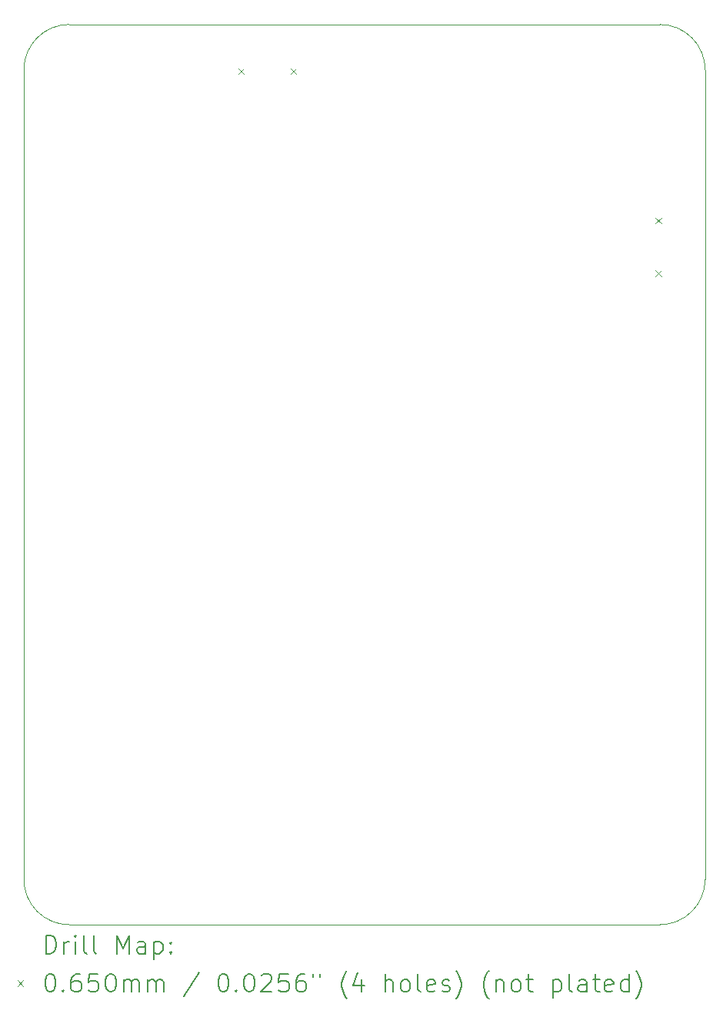
<source format=gbr>
%TF.GenerationSoftware,KiCad,Pcbnew,7.0.2*%
%TF.CreationDate,2023-07-17T10:45:48+03:00*%
%TF.ProjectId,DeskSandGlass,4465736b-5361-46e6-9447-6c6173732e6b,rev?*%
%TF.SameCoordinates,Original*%
%TF.FileFunction,Drillmap*%
%TF.FilePolarity,Positive*%
%FSLAX45Y45*%
G04 Gerber Fmt 4.5, Leading zero omitted, Abs format (unit mm)*
G04 Created by KiCad (PCBNEW 7.0.2) date 2023-07-17 10:45:48*
%MOMM*%
%LPD*%
G01*
G04 APERTURE LIST*
%ADD10C,0.100000*%
%ADD11C,0.200000*%
%ADD12C,0.065000*%
G04 APERTURE END LIST*
D10*
X18676547Y-4934553D02*
G75*
G03*
X18176553Y-4434553I-499997J3D01*
G01*
X18176553Y-4434553D02*
X11676553Y-4434553D01*
X11176553Y-4934553D02*
X11176553Y-13834553D01*
X11676553Y-14334553D02*
X18176553Y-14334553D01*
X18676553Y-13834553D02*
X18676553Y-4934553D01*
X18176553Y-14334553D02*
G75*
G03*
X18676553Y-13834553I-3J500003D01*
G01*
X11176547Y-13834553D02*
G75*
G03*
X11676553Y-14334553I500003J3D01*
G01*
X11676553Y-4434553D02*
G75*
G03*
X11176553Y-4934553I0J-500000D01*
G01*
D11*
D12*
X13534553Y-4917053D02*
X13599553Y-4982053D01*
X13599553Y-4917053D02*
X13534553Y-4982053D01*
X14112553Y-4917053D02*
X14177553Y-4982053D01*
X14177553Y-4917053D02*
X14112553Y-4982053D01*
X18126053Y-6559053D02*
X18191053Y-6624053D01*
X18191053Y-6559053D02*
X18126053Y-6624053D01*
X18126053Y-7137053D02*
X18191053Y-7202053D01*
X18191053Y-7137053D02*
X18126053Y-7202053D01*
D11*
X11419172Y-14652077D02*
X11419172Y-14452077D01*
X11419172Y-14452077D02*
X11466791Y-14452077D01*
X11466791Y-14452077D02*
X11495363Y-14461601D01*
X11495363Y-14461601D02*
X11514410Y-14480649D01*
X11514410Y-14480649D02*
X11523934Y-14499696D01*
X11523934Y-14499696D02*
X11533458Y-14537791D01*
X11533458Y-14537791D02*
X11533458Y-14566363D01*
X11533458Y-14566363D02*
X11523934Y-14604458D01*
X11523934Y-14604458D02*
X11514410Y-14623506D01*
X11514410Y-14623506D02*
X11495363Y-14642553D01*
X11495363Y-14642553D02*
X11466791Y-14652077D01*
X11466791Y-14652077D02*
X11419172Y-14652077D01*
X11619172Y-14652077D02*
X11619172Y-14518744D01*
X11619172Y-14556839D02*
X11628696Y-14537791D01*
X11628696Y-14537791D02*
X11638220Y-14528268D01*
X11638220Y-14528268D02*
X11657268Y-14518744D01*
X11657268Y-14518744D02*
X11676315Y-14518744D01*
X11742982Y-14652077D02*
X11742982Y-14518744D01*
X11742982Y-14452077D02*
X11733458Y-14461601D01*
X11733458Y-14461601D02*
X11742982Y-14471125D01*
X11742982Y-14471125D02*
X11752506Y-14461601D01*
X11752506Y-14461601D02*
X11742982Y-14452077D01*
X11742982Y-14452077D02*
X11742982Y-14471125D01*
X11866791Y-14652077D02*
X11847744Y-14642553D01*
X11847744Y-14642553D02*
X11838220Y-14623506D01*
X11838220Y-14623506D02*
X11838220Y-14452077D01*
X11971553Y-14652077D02*
X11952506Y-14642553D01*
X11952506Y-14642553D02*
X11942982Y-14623506D01*
X11942982Y-14623506D02*
X11942982Y-14452077D01*
X12200125Y-14652077D02*
X12200125Y-14452077D01*
X12200125Y-14452077D02*
X12266791Y-14594934D01*
X12266791Y-14594934D02*
X12333458Y-14452077D01*
X12333458Y-14452077D02*
X12333458Y-14652077D01*
X12514410Y-14652077D02*
X12514410Y-14547315D01*
X12514410Y-14547315D02*
X12504887Y-14528268D01*
X12504887Y-14528268D02*
X12485839Y-14518744D01*
X12485839Y-14518744D02*
X12447744Y-14518744D01*
X12447744Y-14518744D02*
X12428696Y-14528268D01*
X12514410Y-14642553D02*
X12495363Y-14652077D01*
X12495363Y-14652077D02*
X12447744Y-14652077D01*
X12447744Y-14652077D02*
X12428696Y-14642553D01*
X12428696Y-14642553D02*
X12419172Y-14623506D01*
X12419172Y-14623506D02*
X12419172Y-14604458D01*
X12419172Y-14604458D02*
X12428696Y-14585410D01*
X12428696Y-14585410D02*
X12447744Y-14575887D01*
X12447744Y-14575887D02*
X12495363Y-14575887D01*
X12495363Y-14575887D02*
X12514410Y-14566363D01*
X12609649Y-14518744D02*
X12609649Y-14718744D01*
X12609649Y-14528268D02*
X12628696Y-14518744D01*
X12628696Y-14518744D02*
X12666791Y-14518744D01*
X12666791Y-14518744D02*
X12685839Y-14528268D01*
X12685839Y-14528268D02*
X12695363Y-14537791D01*
X12695363Y-14537791D02*
X12704887Y-14556839D01*
X12704887Y-14556839D02*
X12704887Y-14613982D01*
X12704887Y-14613982D02*
X12695363Y-14633029D01*
X12695363Y-14633029D02*
X12685839Y-14642553D01*
X12685839Y-14642553D02*
X12666791Y-14652077D01*
X12666791Y-14652077D02*
X12628696Y-14652077D01*
X12628696Y-14652077D02*
X12609649Y-14642553D01*
X12790601Y-14633029D02*
X12800125Y-14642553D01*
X12800125Y-14642553D02*
X12790601Y-14652077D01*
X12790601Y-14652077D02*
X12781077Y-14642553D01*
X12781077Y-14642553D02*
X12790601Y-14633029D01*
X12790601Y-14633029D02*
X12790601Y-14652077D01*
X12790601Y-14528268D02*
X12800125Y-14537791D01*
X12800125Y-14537791D02*
X12790601Y-14547315D01*
X12790601Y-14547315D02*
X12781077Y-14537791D01*
X12781077Y-14537791D02*
X12790601Y-14528268D01*
X12790601Y-14528268D02*
X12790601Y-14547315D01*
D12*
X11106553Y-14947053D02*
X11171553Y-15012053D01*
X11171553Y-14947053D02*
X11106553Y-15012053D01*
D11*
X11457268Y-14872077D02*
X11476315Y-14872077D01*
X11476315Y-14872077D02*
X11495363Y-14881601D01*
X11495363Y-14881601D02*
X11504887Y-14891125D01*
X11504887Y-14891125D02*
X11514410Y-14910172D01*
X11514410Y-14910172D02*
X11523934Y-14948268D01*
X11523934Y-14948268D02*
X11523934Y-14995887D01*
X11523934Y-14995887D02*
X11514410Y-15033982D01*
X11514410Y-15033982D02*
X11504887Y-15053029D01*
X11504887Y-15053029D02*
X11495363Y-15062553D01*
X11495363Y-15062553D02*
X11476315Y-15072077D01*
X11476315Y-15072077D02*
X11457268Y-15072077D01*
X11457268Y-15072077D02*
X11438220Y-15062553D01*
X11438220Y-15062553D02*
X11428696Y-15053029D01*
X11428696Y-15053029D02*
X11419172Y-15033982D01*
X11419172Y-15033982D02*
X11409649Y-14995887D01*
X11409649Y-14995887D02*
X11409649Y-14948268D01*
X11409649Y-14948268D02*
X11419172Y-14910172D01*
X11419172Y-14910172D02*
X11428696Y-14891125D01*
X11428696Y-14891125D02*
X11438220Y-14881601D01*
X11438220Y-14881601D02*
X11457268Y-14872077D01*
X11609649Y-15053029D02*
X11619172Y-15062553D01*
X11619172Y-15062553D02*
X11609649Y-15072077D01*
X11609649Y-15072077D02*
X11600125Y-15062553D01*
X11600125Y-15062553D02*
X11609649Y-15053029D01*
X11609649Y-15053029D02*
X11609649Y-15072077D01*
X11790601Y-14872077D02*
X11752506Y-14872077D01*
X11752506Y-14872077D02*
X11733458Y-14881601D01*
X11733458Y-14881601D02*
X11723934Y-14891125D01*
X11723934Y-14891125D02*
X11704887Y-14919696D01*
X11704887Y-14919696D02*
X11695363Y-14957791D01*
X11695363Y-14957791D02*
X11695363Y-15033982D01*
X11695363Y-15033982D02*
X11704887Y-15053029D01*
X11704887Y-15053029D02*
X11714410Y-15062553D01*
X11714410Y-15062553D02*
X11733458Y-15072077D01*
X11733458Y-15072077D02*
X11771553Y-15072077D01*
X11771553Y-15072077D02*
X11790601Y-15062553D01*
X11790601Y-15062553D02*
X11800125Y-15053029D01*
X11800125Y-15053029D02*
X11809649Y-15033982D01*
X11809649Y-15033982D02*
X11809649Y-14986363D01*
X11809649Y-14986363D02*
X11800125Y-14967315D01*
X11800125Y-14967315D02*
X11790601Y-14957791D01*
X11790601Y-14957791D02*
X11771553Y-14948268D01*
X11771553Y-14948268D02*
X11733458Y-14948268D01*
X11733458Y-14948268D02*
X11714410Y-14957791D01*
X11714410Y-14957791D02*
X11704887Y-14967315D01*
X11704887Y-14967315D02*
X11695363Y-14986363D01*
X11990601Y-14872077D02*
X11895363Y-14872077D01*
X11895363Y-14872077D02*
X11885839Y-14967315D01*
X11885839Y-14967315D02*
X11895363Y-14957791D01*
X11895363Y-14957791D02*
X11914410Y-14948268D01*
X11914410Y-14948268D02*
X11962030Y-14948268D01*
X11962030Y-14948268D02*
X11981077Y-14957791D01*
X11981077Y-14957791D02*
X11990601Y-14967315D01*
X11990601Y-14967315D02*
X12000125Y-14986363D01*
X12000125Y-14986363D02*
X12000125Y-15033982D01*
X12000125Y-15033982D02*
X11990601Y-15053029D01*
X11990601Y-15053029D02*
X11981077Y-15062553D01*
X11981077Y-15062553D02*
X11962030Y-15072077D01*
X11962030Y-15072077D02*
X11914410Y-15072077D01*
X11914410Y-15072077D02*
X11895363Y-15062553D01*
X11895363Y-15062553D02*
X11885839Y-15053029D01*
X12123934Y-14872077D02*
X12142982Y-14872077D01*
X12142982Y-14872077D02*
X12162030Y-14881601D01*
X12162030Y-14881601D02*
X12171553Y-14891125D01*
X12171553Y-14891125D02*
X12181077Y-14910172D01*
X12181077Y-14910172D02*
X12190601Y-14948268D01*
X12190601Y-14948268D02*
X12190601Y-14995887D01*
X12190601Y-14995887D02*
X12181077Y-15033982D01*
X12181077Y-15033982D02*
X12171553Y-15053029D01*
X12171553Y-15053029D02*
X12162030Y-15062553D01*
X12162030Y-15062553D02*
X12142982Y-15072077D01*
X12142982Y-15072077D02*
X12123934Y-15072077D01*
X12123934Y-15072077D02*
X12104887Y-15062553D01*
X12104887Y-15062553D02*
X12095363Y-15053029D01*
X12095363Y-15053029D02*
X12085839Y-15033982D01*
X12085839Y-15033982D02*
X12076315Y-14995887D01*
X12076315Y-14995887D02*
X12076315Y-14948268D01*
X12076315Y-14948268D02*
X12085839Y-14910172D01*
X12085839Y-14910172D02*
X12095363Y-14891125D01*
X12095363Y-14891125D02*
X12104887Y-14881601D01*
X12104887Y-14881601D02*
X12123934Y-14872077D01*
X12276315Y-15072077D02*
X12276315Y-14938744D01*
X12276315Y-14957791D02*
X12285839Y-14948268D01*
X12285839Y-14948268D02*
X12304887Y-14938744D01*
X12304887Y-14938744D02*
X12333458Y-14938744D01*
X12333458Y-14938744D02*
X12352506Y-14948268D01*
X12352506Y-14948268D02*
X12362030Y-14967315D01*
X12362030Y-14967315D02*
X12362030Y-15072077D01*
X12362030Y-14967315D02*
X12371553Y-14948268D01*
X12371553Y-14948268D02*
X12390601Y-14938744D01*
X12390601Y-14938744D02*
X12419172Y-14938744D01*
X12419172Y-14938744D02*
X12438220Y-14948268D01*
X12438220Y-14948268D02*
X12447744Y-14967315D01*
X12447744Y-14967315D02*
X12447744Y-15072077D01*
X12542982Y-15072077D02*
X12542982Y-14938744D01*
X12542982Y-14957791D02*
X12552506Y-14948268D01*
X12552506Y-14948268D02*
X12571553Y-14938744D01*
X12571553Y-14938744D02*
X12600125Y-14938744D01*
X12600125Y-14938744D02*
X12619172Y-14948268D01*
X12619172Y-14948268D02*
X12628696Y-14967315D01*
X12628696Y-14967315D02*
X12628696Y-15072077D01*
X12628696Y-14967315D02*
X12638220Y-14948268D01*
X12638220Y-14948268D02*
X12657268Y-14938744D01*
X12657268Y-14938744D02*
X12685839Y-14938744D01*
X12685839Y-14938744D02*
X12704887Y-14948268D01*
X12704887Y-14948268D02*
X12714411Y-14967315D01*
X12714411Y-14967315D02*
X12714411Y-15072077D01*
X13104887Y-14862553D02*
X12933458Y-15119696D01*
X13362030Y-14872077D02*
X13381077Y-14872077D01*
X13381077Y-14872077D02*
X13400125Y-14881601D01*
X13400125Y-14881601D02*
X13409649Y-14891125D01*
X13409649Y-14891125D02*
X13419173Y-14910172D01*
X13419173Y-14910172D02*
X13428696Y-14948268D01*
X13428696Y-14948268D02*
X13428696Y-14995887D01*
X13428696Y-14995887D02*
X13419173Y-15033982D01*
X13419173Y-15033982D02*
X13409649Y-15053029D01*
X13409649Y-15053029D02*
X13400125Y-15062553D01*
X13400125Y-15062553D02*
X13381077Y-15072077D01*
X13381077Y-15072077D02*
X13362030Y-15072077D01*
X13362030Y-15072077D02*
X13342982Y-15062553D01*
X13342982Y-15062553D02*
X13333458Y-15053029D01*
X13333458Y-15053029D02*
X13323934Y-15033982D01*
X13323934Y-15033982D02*
X13314411Y-14995887D01*
X13314411Y-14995887D02*
X13314411Y-14948268D01*
X13314411Y-14948268D02*
X13323934Y-14910172D01*
X13323934Y-14910172D02*
X13333458Y-14891125D01*
X13333458Y-14891125D02*
X13342982Y-14881601D01*
X13342982Y-14881601D02*
X13362030Y-14872077D01*
X13514411Y-15053029D02*
X13523934Y-15062553D01*
X13523934Y-15062553D02*
X13514411Y-15072077D01*
X13514411Y-15072077D02*
X13504887Y-15062553D01*
X13504887Y-15062553D02*
X13514411Y-15053029D01*
X13514411Y-15053029D02*
X13514411Y-15072077D01*
X13647744Y-14872077D02*
X13666792Y-14872077D01*
X13666792Y-14872077D02*
X13685839Y-14881601D01*
X13685839Y-14881601D02*
X13695363Y-14891125D01*
X13695363Y-14891125D02*
X13704887Y-14910172D01*
X13704887Y-14910172D02*
X13714411Y-14948268D01*
X13714411Y-14948268D02*
X13714411Y-14995887D01*
X13714411Y-14995887D02*
X13704887Y-15033982D01*
X13704887Y-15033982D02*
X13695363Y-15053029D01*
X13695363Y-15053029D02*
X13685839Y-15062553D01*
X13685839Y-15062553D02*
X13666792Y-15072077D01*
X13666792Y-15072077D02*
X13647744Y-15072077D01*
X13647744Y-15072077D02*
X13628696Y-15062553D01*
X13628696Y-15062553D02*
X13619173Y-15053029D01*
X13619173Y-15053029D02*
X13609649Y-15033982D01*
X13609649Y-15033982D02*
X13600125Y-14995887D01*
X13600125Y-14995887D02*
X13600125Y-14948268D01*
X13600125Y-14948268D02*
X13609649Y-14910172D01*
X13609649Y-14910172D02*
X13619173Y-14891125D01*
X13619173Y-14891125D02*
X13628696Y-14881601D01*
X13628696Y-14881601D02*
X13647744Y-14872077D01*
X13790601Y-14891125D02*
X13800125Y-14881601D01*
X13800125Y-14881601D02*
X13819173Y-14872077D01*
X13819173Y-14872077D02*
X13866792Y-14872077D01*
X13866792Y-14872077D02*
X13885839Y-14881601D01*
X13885839Y-14881601D02*
X13895363Y-14891125D01*
X13895363Y-14891125D02*
X13904887Y-14910172D01*
X13904887Y-14910172D02*
X13904887Y-14929220D01*
X13904887Y-14929220D02*
X13895363Y-14957791D01*
X13895363Y-14957791D02*
X13781077Y-15072077D01*
X13781077Y-15072077D02*
X13904887Y-15072077D01*
X14085839Y-14872077D02*
X13990601Y-14872077D01*
X13990601Y-14872077D02*
X13981077Y-14967315D01*
X13981077Y-14967315D02*
X13990601Y-14957791D01*
X13990601Y-14957791D02*
X14009649Y-14948268D01*
X14009649Y-14948268D02*
X14057268Y-14948268D01*
X14057268Y-14948268D02*
X14076315Y-14957791D01*
X14076315Y-14957791D02*
X14085839Y-14967315D01*
X14085839Y-14967315D02*
X14095363Y-14986363D01*
X14095363Y-14986363D02*
X14095363Y-15033982D01*
X14095363Y-15033982D02*
X14085839Y-15053029D01*
X14085839Y-15053029D02*
X14076315Y-15062553D01*
X14076315Y-15062553D02*
X14057268Y-15072077D01*
X14057268Y-15072077D02*
X14009649Y-15072077D01*
X14009649Y-15072077D02*
X13990601Y-15062553D01*
X13990601Y-15062553D02*
X13981077Y-15053029D01*
X14266792Y-14872077D02*
X14228696Y-14872077D01*
X14228696Y-14872077D02*
X14209649Y-14881601D01*
X14209649Y-14881601D02*
X14200125Y-14891125D01*
X14200125Y-14891125D02*
X14181077Y-14919696D01*
X14181077Y-14919696D02*
X14171554Y-14957791D01*
X14171554Y-14957791D02*
X14171554Y-15033982D01*
X14171554Y-15033982D02*
X14181077Y-15053029D01*
X14181077Y-15053029D02*
X14190601Y-15062553D01*
X14190601Y-15062553D02*
X14209649Y-15072077D01*
X14209649Y-15072077D02*
X14247744Y-15072077D01*
X14247744Y-15072077D02*
X14266792Y-15062553D01*
X14266792Y-15062553D02*
X14276315Y-15053029D01*
X14276315Y-15053029D02*
X14285839Y-15033982D01*
X14285839Y-15033982D02*
X14285839Y-14986363D01*
X14285839Y-14986363D02*
X14276315Y-14967315D01*
X14276315Y-14967315D02*
X14266792Y-14957791D01*
X14266792Y-14957791D02*
X14247744Y-14948268D01*
X14247744Y-14948268D02*
X14209649Y-14948268D01*
X14209649Y-14948268D02*
X14190601Y-14957791D01*
X14190601Y-14957791D02*
X14181077Y-14967315D01*
X14181077Y-14967315D02*
X14171554Y-14986363D01*
X14362030Y-14872077D02*
X14362030Y-14910172D01*
X14438220Y-14872077D02*
X14438220Y-14910172D01*
X14733458Y-15148268D02*
X14723935Y-15138744D01*
X14723935Y-15138744D02*
X14704887Y-15110172D01*
X14704887Y-15110172D02*
X14695363Y-15091125D01*
X14695363Y-15091125D02*
X14685839Y-15062553D01*
X14685839Y-15062553D02*
X14676316Y-15014934D01*
X14676316Y-15014934D02*
X14676316Y-14976839D01*
X14676316Y-14976839D02*
X14685839Y-14929220D01*
X14685839Y-14929220D02*
X14695363Y-14900649D01*
X14695363Y-14900649D02*
X14704887Y-14881601D01*
X14704887Y-14881601D02*
X14723935Y-14853029D01*
X14723935Y-14853029D02*
X14733458Y-14843506D01*
X14895363Y-14938744D02*
X14895363Y-15072077D01*
X14847744Y-14862553D02*
X14800125Y-15005410D01*
X14800125Y-15005410D02*
X14923935Y-15005410D01*
X15152506Y-15072077D02*
X15152506Y-14872077D01*
X15238220Y-15072077D02*
X15238220Y-14967315D01*
X15238220Y-14967315D02*
X15228697Y-14948268D01*
X15228697Y-14948268D02*
X15209649Y-14938744D01*
X15209649Y-14938744D02*
X15181077Y-14938744D01*
X15181077Y-14938744D02*
X15162030Y-14948268D01*
X15162030Y-14948268D02*
X15152506Y-14957791D01*
X15362030Y-15072077D02*
X15342982Y-15062553D01*
X15342982Y-15062553D02*
X15333458Y-15053029D01*
X15333458Y-15053029D02*
X15323935Y-15033982D01*
X15323935Y-15033982D02*
X15323935Y-14976839D01*
X15323935Y-14976839D02*
X15333458Y-14957791D01*
X15333458Y-14957791D02*
X15342982Y-14948268D01*
X15342982Y-14948268D02*
X15362030Y-14938744D01*
X15362030Y-14938744D02*
X15390601Y-14938744D01*
X15390601Y-14938744D02*
X15409649Y-14948268D01*
X15409649Y-14948268D02*
X15419173Y-14957791D01*
X15419173Y-14957791D02*
X15428697Y-14976839D01*
X15428697Y-14976839D02*
X15428697Y-15033982D01*
X15428697Y-15033982D02*
X15419173Y-15053029D01*
X15419173Y-15053029D02*
X15409649Y-15062553D01*
X15409649Y-15062553D02*
X15390601Y-15072077D01*
X15390601Y-15072077D02*
X15362030Y-15072077D01*
X15542982Y-15072077D02*
X15523935Y-15062553D01*
X15523935Y-15062553D02*
X15514411Y-15043506D01*
X15514411Y-15043506D02*
X15514411Y-14872077D01*
X15695363Y-15062553D02*
X15676316Y-15072077D01*
X15676316Y-15072077D02*
X15638220Y-15072077D01*
X15638220Y-15072077D02*
X15619173Y-15062553D01*
X15619173Y-15062553D02*
X15609649Y-15043506D01*
X15609649Y-15043506D02*
X15609649Y-14967315D01*
X15609649Y-14967315D02*
X15619173Y-14948268D01*
X15619173Y-14948268D02*
X15638220Y-14938744D01*
X15638220Y-14938744D02*
X15676316Y-14938744D01*
X15676316Y-14938744D02*
X15695363Y-14948268D01*
X15695363Y-14948268D02*
X15704887Y-14967315D01*
X15704887Y-14967315D02*
X15704887Y-14986363D01*
X15704887Y-14986363D02*
X15609649Y-15005410D01*
X15781078Y-15062553D02*
X15800125Y-15072077D01*
X15800125Y-15072077D02*
X15838220Y-15072077D01*
X15838220Y-15072077D02*
X15857268Y-15062553D01*
X15857268Y-15062553D02*
X15866792Y-15043506D01*
X15866792Y-15043506D02*
X15866792Y-15033982D01*
X15866792Y-15033982D02*
X15857268Y-15014934D01*
X15857268Y-15014934D02*
X15838220Y-15005410D01*
X15838220Y-15005410D02*
X15809649Y-15005410D01*
X15809649Y-15005410D02*
X15790601Y-14995887D01*
X15790601Y-14995887D02*
X15781078Y-14976839D01*
X15781078Y-14976839D02*
X15781078Y-14967315D01*
X15781078Y-14967315D02*
X15790601Y-14948268D01*
X15790601Y-14948268D02*
X15809649Y-14938744D01*
X15809649Y-14938744D02*
X15838220Y-14938744D01*
X15838220Y-14938744D02*
X15857268Y-14948268D01*
X15933459Y-15148268D02*
X15942982Y-15138744D01*
X15942982Y-15138744D02*
X15962030Y-15110172D01*
X15962030Y-15110172D02*
X15971554Y-15091125D01*
X15971554Y-15091125D02*
X15981078Y-15062553D01*
X15981078Y-15062553D02*
X15990601Y-15014934D01*
X15990601Y-15014934D02*
X15990601Y-14976839D01*
X15990601Y-14976839D02*
X15981078Y-14929220D01*
X15981078Y-14929220D02*
X15971554Y-14900649D01*
X15971554Y-14900649D02*
X15962030Y-14881601D01*
X15962030Y-14881601D02*
X15942982Y-14853029D01*
X15942982Y-14853029D02*
X15933459Y-14843506D01*
X16295363Y-15148268D02*
X16285839Y-15138744D01*
X16285839Y-15138744D02*
X16266792Y-15110172D01*
X16266792Y-15110172D02*
X16257268Y-15091125D01*
X16257268Y-15091125D02*
X16247744Y-15062553D01*
X16247744Y-15062553D02*
X16238220Y-15014934D01*
X16238220Y-15014934D02*
X16238220Y-14976839D01*
X16238220Y-14976839D02*
X16247744Y-14929220D01*
X16247744Y-14929220D02*
X16257268Y-14900649D01*
X16257268Y-14900649D02*
X16266792Y-14881601D01*
X16266792Y-14881601D02*
X16285839Y-14853029D01*
X16285839Y-14853029D02*
X16295363Y-14843506D01*
X16371554Y-14938744D02*
X16371554Y-15072077D01*
X16371554Y-14957791D02*
X16381078Y-14948268D01*
X16381078Y-14948268D02*
X16400125Y-14938744D01*
X16400125Y-14938744D02*
X16428697Y-14938744D01*
X16428697Y-14938744D02*
X16447744Y-14948268D01*
X16447744Y-14948268D02*
X16457268Y-14967315D01*
X16457268Y-14967315D02*
X16457268Y-15072077D01*
X16581078Y-15072077D02*
X16562030Y-15062553D01*
X16562030Y-15062553D02*
X16552506Y-15053029D01*
X16552506Y-15053029D02*
X16542982Y-15033982D01*
X16542982Y-15033982D02*
X16542982Y-14976839D01*
X16542982Y-14976839D02*
X16552506Y-14957791D01*
X16552506Y-14957791D02*
X16562030Y-14948268D01*
X16562030Y-14948268D02*
X16581078Y-14938744D01*
X16581078Y-14938744D02*
X16609649Y-14938744D01*
X16609649Y-14938744D02*
X16628697Y-14948268D01*
X16628697Y-14948268D02*
X16638220Y-14957791D01*
X16638220Y-14957791D02*
X16647744Y-14976839D01*
X16647744Y-14976839D02*
X16647744Y-15033982D01*
X16647744Y-15033982D02*
X16638220Y-15053029D01*
X16638220Y-15053029D02*
X16628697Y-15062553D01*
X16628697Y-15062553D02*
X16609649Y-15072077D01*
X16609649Y-15072077D02*
X16581078Y-15072077D01*
X16704887Y-14938744D02*
X16781078Y-14938744D01*
X16733459Y-14872077D02*
X16733459Y-15043506D01*
X16733459Y-15043506D02*
X16742982Y-15062553D01*
X16742982Y-15062553D02*
X16762030Y-15072077D01*
X16762030Y-15072077D02*
X16781078Y-15072077D01*
X17000125Y-14938744D02*
X17000125Y-15138744D01*
X17000125Y-14948268D02*
X17019173Y-14938744D01*
X17019173Y-14938744D02*
X17057268Y-14938744D01*
X17057268Y-14938744D02*
X17076316Y-14948268D01*
X17076316Y-14948268D02*
X17085840Y-14957791D01*
X17085840Y-14957791D02*
X17095363Y-14976839D01*
X17095363Y-14976839D02*
X17095363Y-15033982D01*
X17095363Y-15033982D02*
X17085840Y-15053029D01*
X17085840Y-15053029D02*
X17076316Y-15062553D01*
X17076316Y-15062553D02*
X17057268Y-15072077D01*
X17057268Y-15072077D02*
X17019173Y-15072077D01*
X17019173Y-15072077D02*
X17000125Y-15062553D01*
X17209649Y-15072077D02*
X17190602Y-15062553D01*
X17190602Y-15062553D02*
X17181078Y-15043506D01*
X17181078Y-15043506D02*
X17181078Y-14872077D01*
X17371554Y-15072077D02*
X17371554Y-14967315D01*
X17371554Y-14967315D02*
X17362030Y-14948268D01*
X17362030Y-14948268D02*
X17342983Y-14938744D01*
X17342983Y-14938744D02*
X17304887Y-14938744D01*
X17304887Y-14938744D02*
X17285840Y-14948268D01*
X17371554Y-15062553D02*
X17352506Y-15072077D01*
X17352506Y-15072077D02*
X17304887Y-15072077D01*
X17304887Y-15072077D02*
X17285840Y-15062553D01*
X17285840Y-15062553D02*
X17276316Y-15043506D01*
X17276316Y-15043506D02*
X17276316Y-15024458D01*
X17276316Y-15024458D02*
X17285840Y-15005410D01*
X17285840Y-15005410D02*
X17304887Y-14995887D01*
X17304887Y-14995887D02*
X17352506Y-14995887D01*
X17352506Y-14995887D02*
X17371554Y-14986363D01*
X17438221Y-14938744D02*
X17514411Y-14938744D01*
X17466792Y-14872077D02*
X17466792Y-15043506D01*
X17466792Y-15043506D02*
X17476316Y-15062553D01*
X17476316Y-15062553D02*
X17495363Y-15072077D01*
X17495363Y-15072077D02*
X17514411Y-15072077D01*
X17657268Y-15062553D02*
X17638221Y-15072077D01*
X17638221Y-15072077D02*
X17600125Y-15072077D01*
X17600125Y-15072077D02*
X17581078Y-15062553D01*
X17581078Y-15062553D02*
X17571554Y-15043506D01*
X17571554Y-15043506D02*
X17571554Y-14967315D01*
X17571554Y-14967315D02*
X17581078Y-14948268D01*
X17581078Y-14948268D02*
X17600125Y-14938744D01*
X17600125Y-14938744D02*
X17638221Y-14938744D01*
X17638221Y-14938744D02*
X17657268Y-14948268D01*
X17657268Y-14948268D02*
X17666792Y-14967315D01*
X17666792Y-14967315D02*
X17666792Y-14986363D01*
X17666792Y-14986363D02*
X17571554Y-15005410D01*
X17838221Y-15072077D02*
X17838221Y-14872077D01*
X17838221Y-15062553D02*
X17819173Y-15072077D01*
X17819173Y-15072077D02*
X17781078Y-15072077D01*
X17781078Y-15072077D02*
X17762030Y-15062553D01*
X17762030Y-15062553D02*
X17752506Y-15053029D01*
X17752506Y-15053029D02*
X17742983Y-15033982D01*
X17742983Y-15033982D02*
X17742983Y-14976839D01*
X17742983Y-14976839D02*
X17752506Y-14957791D01*
X17752506Y-14957791D02*
X17762030Y-14948268D01*
X17762030Y-14948268D02*
X17781078Y-14938744D01*
X17781078Y-14938744D02*
X17819173Y-14938744D01*
X17819173Y-14938744D02*
X17838221Y-14948268D01*
X17914411Y-15148268D02*
X17923935Y-15138744D01*
X17923935Y-15138744D02*
X17942983Y-15110172D01*
X17942983Y-15110172D02*
X17952506Y-15091125D01*
X17952506Y-15091125D02*
X17962030Y-15062553D01*
X17962030Y-15062553D02*
X17971554Y-15014934D01*
X17971554Y-15014934D02*
X17971554Y-14976839D01*
X17971554Y-14976839D02*
X17962030Y-14929220D01*
X17962030Y-14929220D02*
X17952506Y-14900649D01*
X17952506Y-14900649D02*
X17942983Y-14881601D01*
X17942983Y-14881601D02*
X17923935Y-14853029D01*
X17923935Y-14853029D02*
X17914411Y-14843506D01*
M02*

</source>
